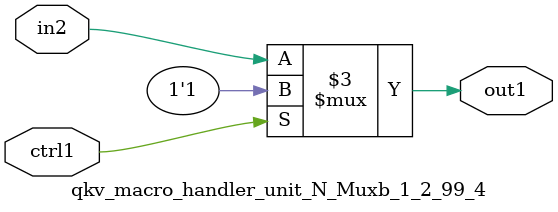
<source format=v>

`timescale 1ps / 1ps


module qkv_macro_handler_unit_N_Muxb_1_2_99_4( in2, ctrl1, out1 );

    input in2;
    input ctrl1;
    output out1;
    reg out1;

    
    // rtl_process:qkv_macro_handler_unit_N_Muxb_1_2_99_4/qkv_macro_handler_unit_N_Muxb_1_2_99_4_thread_1
    always @*
      begin : qkv_macro_handler_unit_N_Muxb_1_2_99_4_thread_1
        case (ctrl1) 
          1'b1: 
            begin
              out1 = 1'b1;
            end
          default: 
            begin
              out1 = in2;
            end
        endcase
      end

endmodule



</source>
